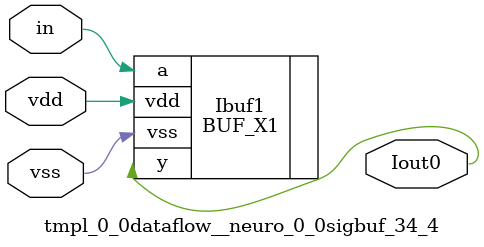
<source format=v>
module tmpl_0_0dataflow__neuro_0_0sigbuf_34_4(in, Iout0 , vdd, vss); 
   input vdd;
   input vss;
   input in;
   

// -- signals ---
   wire in;
   output Iout0 ;

// --- instances
BUF_X1 Ibuf1  (.y(Iout0 ), .a(in), .vdd(vdd), .vss(vss));
endmodule
</source>
